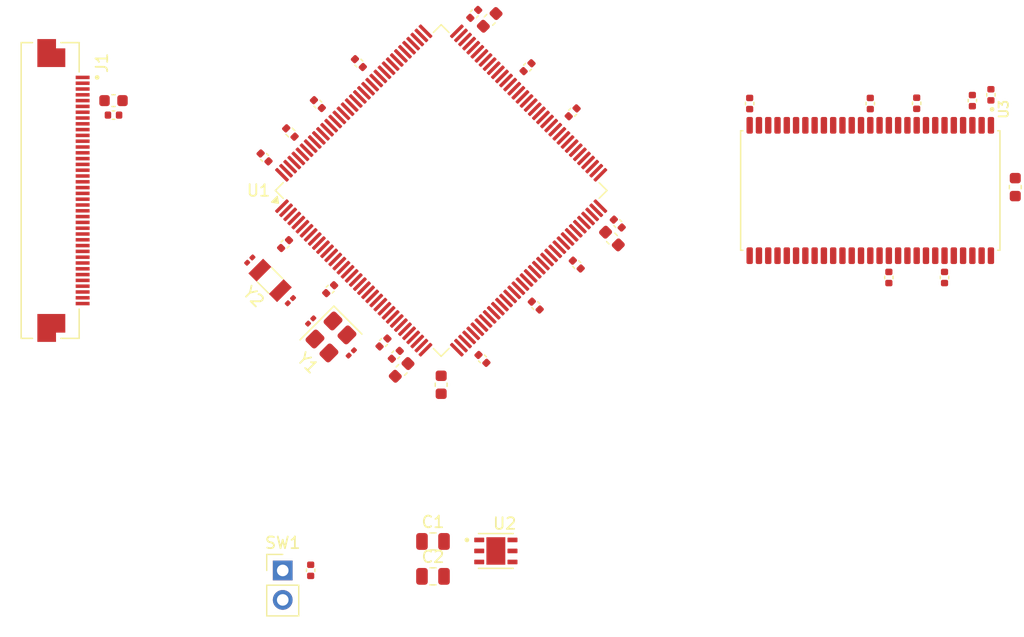
<source format=kicad_pcb>
(kicad_pcb (version 20241229) (generator "pcbnew") (generator_version "9.0")
  (layers (0 "F.Cu" signal) (2 "B.Cu" signal) (13 "F.Paste" user) (15 "B.Paste" user) (5 "F.SilkS" user "F.Silkscreen") (7 "B.SilkS" user "B.Silkscreen") (1 "F.Mask" user) (3 "B.Mask" user) (25 "Edge.Cuts" user))
  (net 0 "")
  (net 1 "GND")
  (net 2 "+5V")
  (net 3 "+3V3")
  (net 25 "Net-(C17-Pad1)")
  (net 26 "Net-(C18-Pad1)")
  (net 27 "Net-(SW1-A)")
  (net 28 "Net-(U1-PH0)")
  (net 29 "Net-(U1-PH1)")
  (net 30 "Net-(U1-BOOT0)")
  (net 31 "Net-(U1-PC14)")
  (net 32 "Net-(U1-PC15)")
  (net 41 "LCDSPI_SCK")
  (net 42 "LCD_HSYNC")
  (net 43 "SDRAM_D1")
  (net 44 "LCD_R6")
  (net 45 "SDRAM_D11")
  (net 46 "SDRAM_A6")
  (net 47 "SDRAM_D10")
  (net 48 "SDRAM_BA1")
  (net 49 "SDRAM_D7")
  (net 50 "CAN_TX")
  (net 51 "SDRAM_D8")
  (net 52 "LCD_R4")
  (net 53 "SDRAM_SDNCAS")
  (net 54 "DBG_JTMS_SWDIO")
  (net 55 "SDRAM_A1")
  (net 56 "SDRAM_A3")
  (net 57 "SDRAM_A8")
  (net 58 "SDRAM_D12")
  (net 59 "SDMMC_D2")
  (net 60 "SDRAM_A4")
  (net 61 "LCD_B6")
  (net 62 "SDRAM_A5")
  (net 63 "LCD_CLK")
  (net 64 "SDRAM_SDNWE")
  (net 65 "DBG_JTMS_SWCLK")
  (net 66 "SDMMC_CMD")
  (net 67 "SDRAM_D6")
  (net 68 "SDRAM_D2")
  (net 69 "LCD_G6")
  (net 70 "LCD_R5")
  (net 71 "LCD_R7")
  (net 72 "LCD_G7")
  (net 73 "SDRAM_D15")
  (net 74 "SDRAM_D9")
  (net 75 "UART_TX")
  (net 76 "LCD_R1")
  (net 77 "LCD_G3")
  (net 78 "SDRAM_D5")
  (net 79 "LCD_DE")
  (net 80 "LCD_G5")
  (net 81 "SDRAM_BA0")
  (net 82 "SDRAM_A10")
  (net 83 "LCD_R2")
  (net 84 "LCD_G4")
  (net 85 "DBG_JTMS_JTDI")
  (net 86 "SDRAM_SDNE0")
  (net 87 "DBG_JTDO_SWO")
  (net 88 "SDMMC_CLK")
  (net 89 "SDRAM_D3")
  (net 90 "SDRAM_SDNRAS")
  (net 91 "LCD_B7")
  (net 92 "UART_RX")
  (net 93 "SDMMC_D1")
  (net 94 "SDRAM_A2")
  (net 95 "LCD_B4")
  (net 96 "SDMMC_D0")
  (net 97 "LCD_G2")
  (net 98 "SDRAM_D13")
  (net 99 "SDRAM_D4")
  (net 100 "SDRAM_A9")
  (net 101 "SDRAM_SDCLK")
  (net 102 "SDRAM_D0")
  (net 103 "LCD_B3")
  (net 104 "SDRAM_SDCKE0")
  (net 105 "SDRAM_A7")
  (net 106 "LCD_B5")
  (net 107 "LCD_VSYNC")
  (net 108 "LCD_B2")
  (net 109 "CAN_RX")
  (net 110 "LCD_R3")
  (net 111 "SDMMC_D3")
  (net 112 "SDRAM_D14")
  (net 113 "SDRAM_A11")
  (net 114 "SDRAM_A0")
  (net 115 "SDRAM_NBL1")
  (net 116 "SDRAM_NBL0")
  (net 121 "/Display/BACKLIGHT_ANODE")
  (net 122 "/Display/BACKLIGHT_CATHODE")
  (net 126 "LCD_R0")
  (net 127 "LCD_G0")
  (net 128 "LCD_B0")
  (net 129 "LCD_B1")
  (net 130 "LCD_G1")
  (net 131 "LCD_CS")
  (net 132 "LCDSPI_SDA")
  (net 133 "LCD_RST")
  (footprint "Capacitor_SMD:C_0402_1005Metric" (layer "F.Cu") (at 86.75 28.5)
    (property "Reference" "C35" (hide yes))
    (property "Value" "100n")
    (pad "1" smd roundrect (at -0.48 0) (size 0.56 0.62) (layers "F.Cu" "F.Mask" "F.Paste") (net 3 "+3V3"))
    (pad "2" smd roundrect (at 0.48 0) (size 0.56 0.62) (layers "F.Cu" "F.Mask" "F.Paste") (net 1 "GND"))
  )
  (footprint "Capacitor_SMD:C_0402_1005Metric" (layer "F.Cu") (at 126.691176 41.387876 -45)
    (property "Reference" "C9" (hide yes))
    (property "Value" "100n")
    (pad "1" smd roundrect (at -0.48 0 315) (size 0.56 0.62) (layers "F.Cu" "F.Mask" "F.Paste") (net 3 "+3V3"))
    (pad "2" smd roundrect (at 0.48 0 315) (size 0.56 0.62) (layers "F.Cu" "F.Mask" "F.Paste") (net 1 "GND"))
  )
  (footprint "Capacitor_SMD:C_0402_1005Metric" (layer "F.Cu") (at 104.369484 27.551464 135)
    (property "Reference" "C15" (hide yes))
    (property "Value" "100n")
    (pad "1" smd roundrect (at -0.48 0 135) (size 0.56 0.62) (layers "F.Cu" "F.Mask" "F.Paste") (net 3 "+3V3"))
    (pad "2" smd roundrect (at 0.48 0 135) (size 0.56 0.62) (layers "F.Cu" "F.Mask" "F.Paste") (net 1 "GND"))
  )
  (footprint "Package_QFP:LQFP-144_20x20mm_P0.5mm" (layer "F.Cu") (at 115 35 45)
    (property "Reference" "U1" (at -11.136932 -11.136932 0) (layer "F.SilkS"))
    (property "Value" "STM32H753ZIT6")
    (pad "1" smd roundrect (at -10.6625 -8.75 45) (size 1.475 0.3) (layers "F.Cu" "F.Mask" "F.Paste"))
    (pad "2" smd roundrect (at -10.6625 -8.25 45) (size 1.475 0.3) (layers "F.Cu" "F.Mask" "F.Paste"))
    (pad "3" smd roundrect (at -10.662501 -7.75 45) (size 1.475 0.3) (layers "F.Cu" "F.Mask" "F.Paste") (net 128 "LCD_B0"))
    (pad "4" smd roundrect (at -10.6625 -7.25 45) (size 1.475 0.3) (layers "F.Cu" "F.Mask" "F.Paste") (net 127 "LCD_G0"))
    (pad "5" smd roundrect (at -10.6625 -6.75 45) (size 1.475 0.3) (layers "F.Cu" "F.Mask" "F.Paste") (net 130 "LCD_G1"))
    (pad "6" smd roundrect (at -10.6625 -6.249999 45) (size 1.475 0.3) (layers "F.Cu" "F.Mask" "F.Paste") (net 3 "+3V3"))
    (pad "7" smd roundrect (at -10.6625 -5.75 45) (size 1.475 0.3) (layers "F.Cu" "F.Mask" "F.Paste"))
    (pad "8" smd roundrect (at -10.6625 -5.250001 45) (size 1.475 0.3) (layers "F.Cu" "F.Mask" "F.Paste") (net 31 "Net-(U1-PC14)"))
    (pad "9" smd roundrect (at -10.6625 -4.75 45) (size 1.475 0.3) (layers "F.Cu" "F.Mask" "F.Paste") (net 32 "Net-(U1-PC15)"))
    (pad "10" smd roundrect (at -10.6625 -4.25 45) (size 1.475 0.3) (layers "F.Cu" "F.Mask" "F.Paste") (net 114 "SDRAM_A0"))
    (pad "11" smd roundrect (at -10.6625 -3.749999 45) (size 1.475 0.3) (layers "F.Cu" "F.Mask" "F.Paste") (net 55 "SDRAM_A1"))
    (pad "12" smd roundrect (at -10.6625 -3.25 45) (size 1.475 0.3) (layers "F.Cu" "F.Mask" "F.Paste") (net 94 "SDRAM_A2"))
    (pad "13" smd roundrect (at -10.6625 -2.75 45) (size 1.475 0.3) (layers "F.Cu" "F.Mask" "F.Paste") (net 56 "SDRAM_A3"))
    (pad "14" smd roundrect (at -10.6625 -2.25 45) (size 1.475 0.3) (layers "F.Cu" "F.Mask" "F.Paste") (net 60 "SDRAM_A4"))
    (pad "15" smd roundrect (at -10.6625 -1.75 45) (size 1.475 0.3) (layers "F.Cu" "F.Mask" "F.Paste") (net 62 "SDRAM_A5"))
    (pad "16" smd roundrect (at -10.662501 -1.25 45) (size 1.475 0.3) (layers "F.Cu" "F.Mask" "F.Paste") (net 1 "GND"))
    (pad "17" smd roundrect (at -10.6625 -0.75 45) (size 1.475 0.3) (layers "F.Cu" "F.Mask" "F.Paste") (net 3 "+3V3"))
    (pad "18" smd roundrect (at -10.6625 -0.25 45) (size 1.475 0.3) (layers "F.Cu" "F.Mask" "F.Paste"))
    (pad "19" smd roundrect (at -10.6625 0.25 45) (size 1.475 0.3) (layers "F.Cu" "F.Mask" "F.Paste"))
    (pad "20" smd roundrect (at -10.6625 0.75 45) (size 1.475 0.3) (layers "F.Cu" "F.Mask" "F.Paste"))
    (pad "21" smd roundrect (at -10.662501 1.25 45) (size 1.475 0.3) (layers "F.Cu" "F.Mask" "F.Paste"))
    (pad "22" smd roundrect (at -10.6625 1.75 45) (size 1.475 0.3) (layers "F.Cu" "F.Mask" "F.Paste") (net 79 "LCD_DE"))
    (pad "23" smd roundrect (at -10.6625 2.25 45) (size 1.475 0.3) (layers "F.Cu" "F.Mask" "F.Paste") (net 28 "Net-(U1-PH0)"))
    (pad "24" smd roundrect (at -10.6625 2.75 45) (size 1.475 0.3) (layers "F.Cu" "F.Mask" "F.Paste") (net 29 "Net-(U1-PH1)"))
    (pad "25" smd roundrect (at -10.6625 3.25 45) (size 1.475 0.3) (layers "F.Cu" "F.Mask" "F.Paste") (net 27 "Net-(SW1-A)"))
    (pad "26" smd roundrect (at -10.6625 3.749999 45) (size 1.475 0.3) (layers "F.Cu" "F.Mask" "F.Paste") (net 70 "LCD_R5"))
    (pad "27" smd roundrect (at -10.6625 4.25 45) (size 1.475 0.3) (layers "F.Cu" "F.Mask" "F.Paste"))
    (pad "28" smd roundrect (at -10.6625 4.75 45) (size 1.475 0.3) (layers "F.Cu" "F.Mask" "F.Paste") (net 86 "SDRAM_SDNE0"))
    (pad "29" smd roundrect (at -10.6625 5.250001 45) (size 1.475 0.3) (layers "F.Cu" "F.Mask" "F.Paste") (net 104 "SDRAM_SDCKE0"))
    (pad "30" smd roundrect (at -10.6625 5.75 45) (size 1.475 0.3) (layers "F.Cu" "F.Mask" "F.Paste") (net 3 "+3V3"))
    (pad "31" smd roundrect (at -10.6625 6.249999 45) (size 1.475 0.3) (layers "F.Cu" "F.Mask" "F.Paste") (net 1 "GND"))
    (pad "32" smd roundrect (at -10.6625 6.75 45) (size 1.475 0.3) (layers "F.Cu" "F.Mask" "F.Paste"))
    (pad "33" smd roundrect (at -10.6625 7.25 45) (size 1.475 0.3) (layers "F.Cu" "F.Mask" "F.Paste") (net 3 "+3V3"))
    (pad "34" smd roundrect (at -10.662501 7.75 45) (size 1.475 0.3) (layers "F.Cu" "F.Mask" "F.Paste"))
    (pad "35" smd roundrect (at -10.6625 8.25 45) (size 1.475 0.3) (layers "F.Cu" "F.Mask" "F.Paste") (net 83 "LCD_R2"))
    (pad "36" smd roundrect (at -10.6625 8.75 45) (size 1.475 0.3) (layers "F.Cu" "F.Mask" "F.Paste") (net 76 "LCD_R1"))
    (pad "37" smd roundrect (at -8.75 10.6625 45) (size 0.3 1.475) (layers "F.Cu" "F.Mask" "F.Paste") (net 106 "LCD_B5"))
    (pad "38" smd roundrect (at -8.25 10.6625 45) (size 0.3 1.475) (layers "F.Cu" "F.Mask" "F.Paste") (net 1 "GND"))
    (pad "39" smd roundrect (at -7.75 10.662501 45) (size 0.3 1.475) (layers "F.Cu" "F.Mask" "F.Paste") (net 3 "+3V3"))
    (pad "40" smd roundrect (at -7.25 10.6625 45) (size 0.3 1.475) (layers "F.Cu" "F.Mask" "F.Paste") (net 107 "LCD_VSYNC"))
    (pad "41" smd roundrect (at -6.75 10.6625 45) (size 0.3 1.475) (layers "F.Cu" "F.Mask" "F.Paste") (net 52 "LCD_R4"))
    (pad "42" smd roundrect (at -6.249999 10.6625 45) (size 0.3 1.475) (layers "F.Cu" "F.Mask" "F.Paste") (net 97 "LCD_G2"))
    (pad "43" smd roundrect (at -5.75 10.6625 45) (size 0.3 1.475) (layers "F.Cu" "F.Mask" "F.Paste") (net 64 "SDRAM_SDNWE"))
    (pad "44" smd roundrect (at -5.250001 10.6625 45) (size 0.3 1.475) (layers "F.Cu" "F.Mask" "F.Paste"))
    (pad "45" smd roundrect (at -4.75 10.6625 45) (size 0.3 1.475) (layers "F.Cu" "F.Mask" "F.Paste"))
    (pad "46" smd roundrect (at -4.25 10.6625 45) (size 0.3 1.475) (layers "F.Cu" "F.Mask" "F.Paste") (net 110 "LCD_R3"))
    (pad "47" smd roundrect (at -3.749999 10.6625 45) (size 0.3 1.475) (layers "F.Cu" "F.Mask" "F.Paste") (net 44 "LCD_R6"))
    (pad "48" smd roundrect (at -3.25 10.6625 45) (size 0.3 1.475) (layers "F.Cu" "F.Mask" "F.Paste"))
    (pad "49" smd roundrect (at -2.75 10.6625 45) (size 0.3 1.475) (layers "F.Cu" "F.Mask" "F.Paste") (net 90 "SDRAM_SDNRAS"))
    (pad "50" smd roundrect (at -2.25 10.6625 45) (size 0.3 1.475) (layers "F.Cu" "F.Mask" "F.Paste") (net 46 "SDRAM_A6"))
    (pad "51" smd roundrect (at -1.75 10.6625 45) (size 0.3 1.475) (layers "F.Cu" "F.Mask" "F.Paste") (net 1 "GND"))
    (pad "52" smd roundrect (at -1.25 10.662501 45) (size 0.3 1.475) (layers "F.Cu" "F.Mask" "F.Paste") (net 3 "+3V3"))
    (pad "53" smd roundrect (at -0.75 10.6625 45) (size 0.3 1.475) (layers "F.Cu" "F.Mask" "F.Paste") (net 105 "SDRAM_A7"))
    (pad "54" smd roundrect (at -0.25 10.6625 45) (size 0.3 1.475) (layers "F.Cu" "F.Mask" "F.Paste") (net 57 "SDRAM_A8"))
    (pad "55" smd roundrect (at 0.25 10.6625 45) (size 0.3 1.475) (layers "F.Cu" "F.Mask" "F.Paste") (net 100 "SDRAM_A9"))
    (pad "56" smd roundrect (at 0.75 10.6625 45) (size 0.3 1.475) (layers "F.Cu" "F.Mask" "F.Paste") (net 82 "SDRAM_A10"))
    (pad "57" smd roundrect (at 1.25 10.662501 45) (size 0.3 1.475) (layers "F.Cu" "F.Mask" "F.Paste") (net 113 "SDRAM_A11"))
    (pad "58" smd roundrect (at 1.75 10.6625 45) (size 0.3 1.475) (layers "F.Cu" "F.Mask" "F.Paste") (net 99 "SDRAM_D4"))
    (pad "59" smd roundrect (at 2.25 10.6625 45) (size 0.3 1.475) (layers "F.Cu" "F.Mask" "F.Paste") (net 78 "SDRAM_D5"))
    (pad "60" smd roundrect (at 2.75 10.6625 45) (size 0.3 1.475) (layers "F.Cu" "F.Mask" "F.Paste") (net 67 "SDRAM_D6"))
    (pad "61" smd roundrect (at 3.25 10.6625 45) (size 0.3 1.475) (layers "F.Cu" "F.Mask" "F.Paste") (net 1 "GND"))
    (pad "62" smd roundrect (at 3.749999 10.6625 45) (size 0.3 1.475) (layers "F.Cu" "F.Mask" "F.Paste") (net 3 "+3V3"))
    (pad "63" smd roundrect (at 4.25 10.6625 45) (size 0.3 1.475) (layers "F.Cu" "F.Mask" "F.Paste") (net 49 "SDRAM_D7"))
    (pad "64" smd roundrect (at 4.75 10.6625 45) (size 0.3 1.475) (layers "F.Cu" "F.Mask" "F.Paste") (net 51 "SDRAM_D8"))
    (pad "65" smd roundrect (at 5.250001 10.6625 45) (size 0.3 1.475) (layers "F.Cu" "F.Mask" "F.Paste") (net 74 "SDRAM_D9"))
    (pad "66" smd roundrect (at 5.75 10.6625 45) (size 0.3 1.475) (layers "F.Cu" "F.Mask" "F.Paste") (net 47 "SDRAM_D10"))
    (pad "67" smd roundrect (at 6.249999 10.6625 45) (size 0.3 1.475) (layers "F.Cu" "F.Mask" "F.Paste") (net 45 "SDRAM_D11"))
    (pad "68" smd roundrect (at 6.75 10.6625 45) (size 0.3 1.475) (layers "F.Cu" "F.Mask" "F.Paste") (net 58 "SDRAM_D12"))
    (pad "69" smd roundrect (at 7.25 10.6625 45) (size 0.3 1.475) (layers "F.Cu" "F.Mask" "F.Paste") (net 84 "LCD_G4"))
    (pad "70" smd roundrect (at 7.75 10.662501 45) (size 0.3 1.475) (layers "F.Cu" "F.Mask" "F.Paste") (net 80 "LCD_G5"))
    (pad "71" smd roundrect (at 8.25 10.6625 45) (size 0.3 1.475) (layers "F.Cu" "F.Mask" "F.Paste") (net 25 "Net-(C17-Pad1)"))
    (pad "72" smd roundrect (at 8.75 10.6625 45) (size 0.3 1.475) (layers "F.Cu" "F.Mask" "F.Paste") (net 3 "+3V3"))
    (pad "73" smd roundrect (at 10.6625 8.75 45) (size 1.475 0.3) (layers "F.Cu" "F.Mask" "F.Paste") (net 92 "UART_RX"))
    (pad "74" smd roundrect (at 10.6625 8.25 45) (size 1.475 0.3) (layers "F.Cu" "F.Mask" "F.Paste") (net 75 "UART_TX"))
    (pad "75" smd roundrect (at 10.662501 7.75 45) (size 1.475 0.3) (layers "F.Cu" "F.Mask" "F.Paste"))
    (pad "76" smd roundrect (at 10.6625 7.25 45) (size 1.475 0.3) (layers "F.Cu" "F.Mask" "F.Paste"))
    (pad "77" smd roundrect (at 10.6625 6.75 45) (size 1.475 0.3) (layers "F.Cu" "F.Mask" "F.Paste") (net 98 "SDRAM_D13"))
    (pad "78" smd roundrect (at 10.6625 6.249999 45) (size 1.475 0.3) (layers "F.Cu" "F.Mask" "F.Paste") (net 112 "SDRAM_D14"))
    (pad "79" smd roundrect (at 10.6625 5.75 45) (size 1.475 0.3) (layers "F.Cu" "F.Mask" "F.Paste") (net 73 "SDRAM_D15"))
    (pad "80" smd roundrect (at 10.6625 5.250001 45) (size 1.475 0.3) (layers "F.Cu" "F.Mask" "F.Paste"))
    (pad "81" smd roundrect (at 10.6625 4.75 45) (size 1.475 0.3) (layers "F.Cu" "F.Mask" "F.Paste"))
    (pad "82" smd roundrect (at 10.6625 4.25 45) (size 1.475 0.3) (layers "F.Cu" "F.Mask" "F.Paste"))
    (pad "83" smd roundrect (at 10.6625 3.749999 45) (size 1.475 0.3) (layers "F.Cu" "F.Mask" "F.Paste") (net 1 "GND"))
    (pad "84" smd roundrect (at 10.6625 3.25 45) (size 1.475 0.3) (layers "F.Cu" "F.Mask" "F.Paste") (net 3 "+3V3"))
    (pad "85" smd roundrect (at 10.6625 2.75 45) (size 1.475 0.3) (layers "F.Cu" "F.Mask" "F.Paste") (net 102 "SDRAM_D0"))
    (pad "86" smd roundrect (at 10.6625 2.25 45) (size 1.475 0.3) (layers "F.Cu" "F.Mask" "F.Paste") (net 43 "SDRAM_D1"))
    (pad "87" smd roundrect (at 10.6625 1.75 45) (size 1.475 0.3) (layers "F.Cu" "F.Mask" "F.Paste"))
    (pad "88" smd roundrect (at 10.662501 1.25 45) (size 1.475 0.3) (layers "F.Cu" "F.Mask" "F.Paste"))
    (pad "89" smd roundrect (at 10.6625 0.75 45) (size 1.475 0.3) (layers "F.Cu" "F.Mask" "F.Paste") (net 81 "SDRAM_BA0"))
    (pad "90" smd roundrect (at 10.6625 0.25 45) (size 1.475 0.3) (layers "F.Cu" "F.Mask" "F.Paste") (net 48 "SDRAM_BA1"))
    (pad "91" smd roundrect (at 10.6625 -0.25 45) (size 1.475 0.3) (layers "F.Cu" "F.Mask" "F.Paste") (net 71 "LCD_R7"))
    (pad "92" smd roundrect (at 10.6625 -0.75 45) (size 1.475 0.3) (layers "F.Cu" "F.Mask" "F.Paste") (net 63 "LCD_CLK"))
    (pad "93" smd roundrect (at 10.662501 -1.25 45) (size 1.475 0.3) (layers "F.Cu" "F.Mask" "F.Paste") (net 101 "SDRAM_SDCLK"))
    (pad "94" smd roundrect (at 10.6625 -1.75 45) (size 1.475 0.3) (layers "F.Cu" "F.Mask" "F.Paste") (net 1 "GND"))
    (pad "95" smd roundrect (at 10.6625 -2.25 45) (size 1.475 0.3) (layers "F.Cu" "F.Mask" "F.Paste") (net 3 "+3V3"))
    (pad "96" smd roundrect (at 10.6625 -2.75 45) (size 1.475 0.3) (layers "F.Cu" "F.Mask" "F.Paste") (net 42 "LCD_HSYNC"))
    (pad "97" smd roundrect (at 10.6625 -3.25 45) (size 1.475 0.3) (layers "F.Cu" "F.Mask" "F.Paste") (net 69 "LCD_G6"))
    (pad "98" smd roundrect (at 10.6625 -3.749999 45) (size 1.475 0.3) (layers "F.Cu" "F.Mask" "F.Paste") (net 96 "SDMMC_D0"))
    (pad "99" smd roundrect (at 10.6625 -4.25 45) (size 1.475 0.3) (layers "F.Cu" "F.Mask" "F.Paste") (net 93 "SDMMC_D1"))
    (pad "100" smd roundrect (at 10.6625 -4.75 45) (size 1.475 0.3) (layers "F.Cu" "F.Mask" "F.Paste") (net 103 "LCD_B3"))
    (pad "101" smd roundrect (at 10.6625 -5.250001 45) (size 1.475 0.3) (layers "F.Cu" "F.Mask" "F.Paste"))
    (pad "102" smd roundrect (at 10.6625 -5.75 45) (size 1.475 0.3) (layers "F.Cu" "F.Mask" "F.Paste") (net 95 "LCD_B4"))
    (pad "103" smd roundrect (at 10.6625 -6.249999 45) (size 1.475 0.3) (layers "F.Cu" "F.Mask" "F.Paste") (net 109 "CAN_RX"))
    (pad "104" smd roundrect (at 10.6625 -6.75 45) (size 1.475 0.3) (layers "F.Cu" "F.Mask" "F.Paste") (net 50 "CAN_TX"))
    (pad "105" smd roundrect (at 10.6625 -7.25 45) (size 1.475 0.3) (layers "F.Cu" "F.Mask" "F.Paste") (net 54 "DBG_JTMS_SWDIO"))
    (pad "106" smd roundrect (at 10.662501 -7.75 45) (size 1.475 0.3) (layers "F.Cu" "F.Mask" "F.Paste") (net 26 "Net-(C18-Pad1)"))
    (pad "107" smd roundrect (at 10.6625 -8.25 45) (size 1.475 0.3) (layers "F.Cu" "F.Mask" "F.Paste") (net 1 "GND"))
    (pad "108" smd roundrect (at 10.6625 -8.75 45) (size 1.475 0.3) (layers "F.Cu" "F.Mask" "F.Paste") (net 3 "+3V3"))
    (pad "109" smd roundrect (at 8.75 -10.6625 45) (size 0.3 1.475) (layers "F.Cu" "F.Mask" "F.Paste") (net 65 "DBG_JTMS_SWCLK"))
    (pad "110" smd roundrect (at 8.25 -10.6625 45) (size 0.3 1.475) (layers "F.Cu" "F.Mask" "F.Paste") (net 85 "DBG_JTMS_JTDI"))
    (pad "111" smd roundrect (at 7.75 -10.662501 45) (size 0.3 1.475) (layers "F.Cu" "F.Mask" "F.Paste") (net 59 "SDMMC_D2"))
    (pad "112" smd roundrect (at 7.25 -10.6625 45) (size 0.3 1.475) (layers "F.Cu" "F.Mask" "F.Paste") (net 111 "SDMMC_D3"))
    (pad "113" smd roundrect (at 6.75 -10.6625 45) (size 0.3 1.475) (layers "F.Cu" "F.Mask" "F.Paste") (net 88 "SDMMC_CLK"))
    (pad "114" smd roundrect (at 6.249999 -10.6625 45) (size 0.3 1.475) (layers "F.Cu" "F.Mask" "F.Paste") (net 68 "SDRAM_D2"))
    (pad "115" smd roundrect (at 5.75 -10.6625 45) (size 0.3 1.475) (layers "F.Cu" "F.Mask" "F.Paste") (net 89 "SDRAM_D3"))
    (pad "116" smd roundrect (at 5.250001 -10.6625 45) (size 0.3 1.475) (layers "F.Cu" "F.Mask" "F.Paste") (net 66 "SDMMC_CMD"))
    (pad "117" smd roundrect (at 4.75 -10.6625 45) (size 0.3 1.475) (layers "F.Cu" "F.Mask" "F.Paste") (net 72 "LCD_G7"))
    (pad "118" smd roundrect (at 4.25 -10.6625 45) (size 0.3 1.475) (layers "F.Cu" "F.Mask" "F.Paste"))
    (pad "119" smd roundrect (at 3.749999 -10.6625 45) (size 0.3 1.475) (layers "F.Cu" "F.Mask" "F.Paste"))
    (pad "120" smd roundrect (at 3.25 -10.6625 45) (size 0.3 1.475) (layers "F.Cu" "F.Mask" "F.Paste") (net 1 "GND"))
    (pad "121" smd roundrect (at 2.75 -10.6625 45) (size 0.3 1.475) (layers "F.Cu" "F.Mask" "F.Paste") (net 3 "+3V3"))
    (pad "122" smd roundrect (at 2.25 -10.6625 45) (size 0.3 1.475) (layers "F.Cu" "F.Mask" "F.Paste") (net 108 "LCD_B2"))
    (pad "123" smd roundrect (at 1.75 -10.6625 45) (size 0.3 1.475) (layers "F.Cu" "F.Mask" "F.Paste") (net 132 "LCDSPI_SDA"))
    (pad "124" smd roundrect (at 1.25 -10.662501 45) (size 0.3 1.475) (layers "F.Cu" "F.Mask" "F.Paste") (net 131 "LCD_CS"))
    (pad "125" smd roundrect (at 0.75 -10.6625 45) (size 0.3 1.475) (layers "F.Cu" "F.Mask" "F.Paste") (net 77 "LCD_G3"))
    (pad "126" smd roundrect (at 0.25 -10.6625 45) (size 0.3 1.475) (layers "F.Cu" "F.Mask" "F.Paste") (net 41 "LCDSPI_SCK"))
    (pad "127" smd roundrect (at -0.25 -10.6625 45) (size 0.3 1.475) (layers "F.Cu" "F.Mask" "F.Paste") (net 129 "LCD_B1"))
    (pad "128" smd roundrect (at -0.75 -10.6625 45) (size 0.3 1.475) (layers "F.Cu" "F.Mask" "F.Paste") (net 126 "LCD_R0"))
    (pad "129" smd roundrect (at -1.25 -10.662501 45) (size 0.3 1.475) (layers "F.Cu" "F.Mask" "F.Paste") (net 133 "LCD_RST"))
    (pad "130" smd roundrect (at -1.75 -10.6625 45) (size 0.3 1.475) (layers "F.Cu" "F.Mask" "F.Paste") (net 1 "GND"))
    (pad "131" smd roundrect (at -2.25 -10.6625 45) (size 0.3 1.475) (layers "F.Cu" "F.Mask" "F.Paste") (net 3 "+3V3"))
    (pad "132" smd roundrect (at -2.75 -10.6625 45) (size 0.3 1.475) (layers "F.Cu" "F.Mask" "F.Paste") (net 53 "SDRAM_SDNCAS"))
    (pad "133" smd roundrect (at -3.25 -10.6625 45) (size 0.3 1.475) (layers "F.Cu" "F.Mask" "F.Paste") (net 87 "DBG_JTDO_SWO"))
    (pad "134" smd roundrect (at -3.749999 -10.6625 45) (size 0.3 1.475) (layers "F.Cu" "F.Mask" "F.Paste"))
    (pad "135" smd roundrect (at -4.25 -10.6625 45) (size 0.3 1.475) (layers "F.Cu" "F.Mask" "F.Paste"))
    (pad "136" smd roundrect (at -4.75 -10.6625 45) (size 0.3 1.475) (layers "F.Cu" "F.Mask" "F.Paste"))
    (pad "137" smd roundrect (at -5.250001 -10.6625 45) (size 0.3 1.475) (layers "F.Cu" "F.Mask" "F.Paste"))
    (pad "138" smd roundrect (at -5.75 -10.6625 45) (size 0.3 1.475) (layers "F.Cu" "F.Mask" "F.Paste") (net 30 "Net-(U1-BOOT0)"))
    (pad "139" smd roundrect (at -6.249999 -10.6625 45) (size 0.3 1.475) (layers "F.Cu" "F.Mask" "F.Paste") (net 61 "LCD_B6"))
    (pad "140" smd roundrect (at -6.75 -10.6625 45) (size 0.3 1.475) (layers "F.Cu" "F.Mask" "F.Paste") (net 91 "LCD_B7"))
    (pad "141" smd roundrect (at -7.25 -10.6625 45) (size 0.3 1.475) (layers "F.Cu" "F.Mask" "F.Paste") (net 116 "SDRAM_NBL0"))
    (pad "142" smd roundrect (at -7.75 -10.662501 45) (size 0.3 1.475) (layers "F.Cu" "F.Mask" "F.Paste") (net 115 "SDRAM_NBL1"))
    (pad "143" smd roundrect (at -8.25 -10.6625 45) (size 0.3 1.475) (layers "F.Cu" "F.Mask" "F.Paste"))
    (pad "144" smd roundrect (at -8.75 -10.6625 45) (size 0.3 1.475) (layers "F.Cu" "F.Mask" "F.Paste") (net 3 "+3V3"))
  )
  (footprint "Capacitor_SMD:C_0201_0603Metric" (layer "F.Cu") (at 103.75 46.25 -135)
    (property "Reference" "C22" (hide yes))
    (property "Value" "18p")
    (pad "1" smd roundrect (at -0.32 0 225) (size 0.46 0.4) (layers "F.Cu" "F.Mask") (net 28 "Net-(U1-PH0)"))
    (pad "2" smd roundrect (at 0.32 0 225) (size 0.46 0.4) (layers "F.Cu" "F.Mask") (net 1 "GND"))
  )
  (footprint "Capacitor_SMD:C_0603_1608Metric" (layer "F.Cu") (at 129.723339 39.143013 -45)
    (property "Reference" "C17" (hide yes))
    (property "Value" "2u2")
    (pad "1" smd roundrect (at -0.775 0 315) (size 0.9 0.95) (layers "F.Cu" "F.Mask" "F.Paste") (net 25 "Net-(C17-Pad1)"))
    (pad "2" smd roundrect (at 0.775 0 315) (size 0.9 0.95) (layers "F.Cu" "F.Mask" "F.Paste") (net 1 "GND"))
  )
  (footprint "Capacitor_SMD:C_0402_1005Metric" (layer "F.Cu") (at 103.75 67.75 90)
    (property "Reference" "C21" (hide yes))
    (property "Value" "100n")
    (pad "1" smd roundrect (at -0.48 0 90) (size 0.56 0.62) (layers "F.Cu" "F.Mask" "F.Paste") (net 1 "GND"))
    (pad "2" smd roundrect (at 0.48 0 90) (size 0.56 0.62) (layers "F.Cu" "F.Mask" "F.Paste") (net 27 "Net-(SW1-A)"))
  )
  (footprint "Capacitor_SMD:C_0402_1005Metric" (layer "F.Cu") (at 141.6 27.5 90)
    (property "Reference" "C31" (hide yes))
    (property "Value" "100n")
    (pad "1" smd roundrect (at -0.48 0 90) (size 0.56 0.62) (layers "F.Cu" "F.Mask" "F.Paste") (net 3 "+3V3"))
    (pad "2" smd roundrect (at 0.48 0 90) (size 0.56 0.62) (layers "F.Cu" "F.Mask" "F.Paste") (net 1 "GND"))
  )
  (footprint "Capacitor_SMD:C_0402_1005Metric" (layer "F.Cu") (at 153.6 42.5 -90)
    (property "Reference" "C32" (hide yes))
    (property "Value" "100n")
    (pad "1" smd roundrect (at -0.48 0 270) (size 0.56 0.62) (layers "F.Cu" "F.Mask" "F.Paste") (net 3 "+3V3"))
    (pad "2" smd roundrect (at 0.48 0 270) (size 0.56 0.62) (layers "F.Cu" "F.Mask" "F.Paste") (net 1 "GND"))
  )
  (footprint "Capacitor_SMD:C_0402_1005Metric" (layer "F.Cu") (at 123.155643 44.92341 -45)
    (property "Reference" "C8" (hide yes))
    (property "Value" "100n")
    (pad "1" smd roundrect (at -0.48 0 315) (size 0.56 0.62) (layers "F.Cu" "F.Mask" "F.Paste") (net 3 "+3V3"))
    (pad "2" smd roundrect (at 0.48 0 315) (size 0.56 0.62) (layers "F.Cu" "F.Mask" "F.Paste") (net 1 "GND"))
  )
  (footprint "Capacitor_SMD:C_0201_0603Metric" (layer "F.Cu") (at 107.25 49.007716 45)
    (property "Reference" "C23" (hide yes))
    (property "Value" "18p")
    (pad "1" smd roundrect (at -0.32 0 45) (size 0.46 0.4) (layers "F.Cu" "F.Mask") (net 29 "Net-(U1-PH1)"))
    (pad "2" smd roundrect (at 0.32 0 45) (size 0.46 0.4) (layers "F.Cu" "F.Mask") (net 1 "GND"))
  )
  (footprint "Capacitor_SMD:C_0402_1005Metric" (layer "F.Cu") (at 99.77329 32.147658 135)
    (property "Reference" "C16" (hide yes))
    (property "Value" "100n")
    (pad "1" smd roundrect (at -0.48 0 135) (size 0.56 0.62) (layers "F.Cu" "F.Mask" "F.Paste") (net 3 "+3V3"))
    (pad "2" smd roundrect (at 0.48 0 135) (size 0.56 0.62) (layers "F.Cu" "F.Mask" "F.Paste") (net 1 "GND"))
  )
  (footprint "Capacitor_SMD:C_0402_1005Metric" (layer "F.Cu") (at 122.448536 24.369484 45)
    (property "Reference" "C12" (hide yes))
    (property "Value" "100n")
    (pad "1" smd roundrect (at -0.48 0 45) (size 0.56 0.62) (layers "F.Cu" "F.Mask" "F.Paste") (net 3 "+3V3"))
    (pad "2" smd roundrect (at 0.48 0 45) (size 0.56 0.62) (layers "F.Cu" "F.Mask" "F.Paste") (net 1 "GND"))
  )
  (footprint "Capacitor_SMD:C_0805_2012Metric" (layer "F.Cu") (at 114.295 65.26)
    (property "Reference" "C1" (at 0 -1.68 0) (layer "F.SilkS"))
    (property "Value" "10u")
    (pad "1" smd roundrect (at -0.95 0) (size 1 1.45) (layers "F.Cu" "F.Mask" "F.Paste") (net 2 "+5V"))
    (pad "2" smd roundrect (at 0.95 0) (size 1 1.45) (layers "F.Cu" "F.Mask" "F.Paste") (net 1 "GND"))
  )
  (footprint "Capacitor_SMD:C_0603_1608Metric" (layer "F.Cu") (at 115 51.75 -90)
    (property "Reference" "C20" (hide yes))
    (property "Value" "1u")
    (pad "1" smd roundrect (at -0.775 0 270) (size 0.9 0.95) (layers "F.Cu" "F.Mask" "F.Paste") (net 3 "+3V3"))
    (pad "2" smd roundrect (at 0.775 0 270) (size 0.9 0.95) (layers "F.Cu" "F.Mask" "F.Paste") (net 1 "GND"))
  )
  (footprint "Crystal:Crystal_SMD_3215-2Pin_3.2x1.5mm" (layer "F.Cu") (at 100.25 42.75 135)
    (property "Reference" "Y2" (at 0 -2.000001 135) (layer "F.SilkS"))
    (property "Value" "SC32S-7PF20PPM")
    (pad "1" smd rect (at 1.249999 0 135) (size 1 1.8) (layers "F.Cu" "F.Mask" "F.Paste") (net 31 "Net-(U1-PC14)"))
    (pad "2" smd rect (at -1.249999 0 135) (size 1 1.8) (layers "F.Cu" "F.Mask" "F.Paste") (net 32 "Net-(U1-PC15)"))
  )
  (footprint "LD39200PU33R:SON95P300X300X100-7N" (layer "F.Cu") (at 119.715 66.08)
    (property "Reference" "U2" (at 0.765 -2.362 0) (layer "F.SilkS"))
    (property "Value" "LD39200PU33R")
    (pad "1" smd roundrect (at -1.435 -0.95) (size 0.86 0.4) (layers "F.Cu" "F.Mask" "F.Paste") (roundrect_rratio 0.125) (net 3 "+3V3"))
    (pad "2" smd roundrect (at -1.435 0) (size 0.86 0.4) (layers "F.Cu" "F.Mask" "F.Paste") (roundrect_rratio 0.125) (net 3 "+3V3"))
    (pad "3" smd roundrect (at -1.435 0.95) (size 0.86 0.4) (layers "F.Cu" "F.Mask" "F.Paste") (roundrect_rratio 0.125) (net 1 "GND"))
    (pad "4" smd roundrect (at 1.435 0.95) (size 0.86 0.4) (layers "F.Cu" "F.Mask" "F.Paste") (roundrect_rratio 0.125))
    (pad "5" smd roundrect (at 1.435 0) (size 0.86 0.4) (layers "F.Cu" "F.Mask" "F.Paste") (roundrect_rratio 0.125) (net 2 "+5V"))
    (pad "6" smd roundrect (at 1.435 -0.95) (size 0.86 0.4) (layers "F.Cu" "F.Mask" "F.Paste") (roundrect_rratio 0.125) (net 2 "+5V"))
    (pad "7" smd rect (at 0 0) (size 1.63 2.37) (layers "F.Cu" "F.Mask") (net 1 "GND"))
  )
  (footprint "62684-402100ALF:AMPHENOL_62684-402100ALF" (layer "F.Cu") (at 80.5125 35 -90)
    (property "Reference" "J1" (at -11 -5.2375 90) (layer "F.SilkS"))
    (property "Value" "62684-402100ALF")
    (pad "01" smd rect (at -9.75 -3.575 270) (size 0.3 1.2) (layers "F.Cu" "F.Mask" "F.Paste") (net 121 "/Display/BACKLIGHT_ANODE"))
    (pad "02" smd rect (at -9.25 -3.575 270) (size 0.3 1.2) (layers "F.Cu" "F.Mask" "F.Paste") (net 122 "/Display/BACKLIGHT_CATHODE"))
    (pad "03" smd rect (at -8.75 -3.575 270) (size 0.3 1.2) (layers "F.Cu" "F.Mask" "F.Paste") (net 122 "/Display/BACKLIGHT_CATHODE"))
    (pad "04" smd rect (at -8.25 -3.575 270) (size 0.3 1.2) (layers "F.Cu" "F.Mask" "F.Paste") (net 1 "GND"))
    (pad "05" smd rect (at -7.75 -3.575 270) (size 0.3 1.2) (layers "F.Cu" "F.Mask" "F.Paste") (net 3 "+3V3"))
    (pad "06" smd rect (at -7.25 -3.575 270) (size 0.3 1.2) (layers "F.Cu" "F.Mask" "F.Paste") (net 133 "LCD_RST"))
    (pad "07" smd rect (at -6.75 -3.575 270) (size 0.3 1.2) (layers "F.Cu" "F.Mask" "F.Paste"))
    (pad "08" smd rect (at -6.25 -3.575 270) (size 0.3 1.2) (layers "F.Cu" "F.Mask" "F.Paste"))
    (pad "09" smd rect (at -5.75 -3.575 270) (size 0.3 1.2) (layers "F.Cu" "F.Mask" "F.Paste") (net 132 "LCDSPI_SDA"))
    (pad "10" smd rect (at -5.25 -3.575 270) (size 0.3 1.2) (layers "F.Cu" "F.Mask" "F.Paste") (net 41 "LCDSPI_SCK"))
    (pad "11" smd rect (at -4.75 -3.575 270) (size 0.3 1.2) (layers "F.Cu" "F.Mask" "F.Paste") (net 131 "LCD_CS"))
    (pad "12" smd rect (at -4.25 -3.575 270) (size 0.3 1.2) (layers "F.Cu" "F.Mask" "F.Paste") (net 63 "LCD_CLK"))
    (pad "13" smd rect (at -3.75 -3.575 270) (size 0.3 1.2) (layers "F.Cu" "F.Mask" "F.Paste") (net 79 "LCD_DE"))
    (pad "14" smd rect (at -3.25 -3.575 270) (size 0.3 1.2) (layers "F.Cu" "F.Mask" "F.Paste") (net 107 "LCD_VSYNC"))
    (pad "15" smd rect (at -2.75 -3.575 270) (size 0.3 1.2) (layers "F.Cu" "F.Mask" "F.Paste") (net 42 "LCD_HSYNC"))
    (pad "16" smd rect (at -2.25 -3.575 270) (size 0.3 1.2) (layers "F.Cu" "F.Mask" "F.Paste") (net 108 "LCD_B2"))
    (pad "17" smd rect (at -1.75 -3.575 270) (size 0.3 1.2) (layers "F.Cu" "F.Mask" "F.Paste") (net 103 "LCD_B3"))
    (pad "18" smd rect (at -1.25 -3.575 270) (size 0.3 1.2) (layers "F.Cu" "F.Mask" "F.Paste") (net 95 "LCD_B4"))
    (pad "19" smd rect (at -0.75 -3.575 270) (size 0.3 1.2) (layers "F.Cu" "F.Mask" "F.Paste") (net 106 "LCD_B5"))
    (pad "20" smd rect (at -0.25 -3.575 270) (size 0.3 1.2) (layers "F.Cu" "F.Mask" "F.Paste") (net 61 "LCD_B6"))
    (pad "21" smd rect (at 0.25 -3.575 270) (size 0.3 1.2) (layers "F.Cu" "F.Mask" "F.Paste") (net 91 "LCD_B7"))
    (pad "22" smd rect (at 0.75 -3.575 270) (size 0.3 1.2) (layers "F.Cu" "F.Mask" "F.Paste") (net 97 "LCD_G2"))
    (pad "23" smd rect (at 1.25 -3.575 270) (size 0.3 1.2) (layers "F.Cu" "F.Mask" "F.Paste") (net 77 "LCD_G3"))
    (pad "24" smd rect (at 1.75 -3.575 270) (size 0.3 1.2) (layers "F.Cu" "F.Mask" "F.Paste") (net 84 "LCD_G4"))
    (pad "25" smd rect (at 2.25 -3.575 270) (size 0.3 1.2) (layers "F.Cu" "F.Mask" "F.Paste") (net 80 "LCD_G5"))
    (pad "26" smd rect (at 2.75 -3.575 270) (size 0.3 1.2) (layers "F.Cu" "F.Mask" "F.Paste") (net 69 "LCD_G6"))
    (pad "27" smd rect (at 3.25 -3.575 270) (size 0.3 1.2) (layers "F.Cu" "F.Mask" "F.Paste") (net 72 "LCD_G7"))
    (pad "28" smd rect (at 3.75 -3.575 270) (size 0.3 1.2) (layers "F.Cu" "F.Mask" "F.Paste") (net 83 "LCD_R2"))
    (pad "29" smd rect (at 4.25 -3.575 270) (size 0.3 1.2) (layers "F.Cu" "F.Mask" "F.Paste") (net 110 "LCD_R3"))
    (pad "30" smd rect (at 4.75 -3.575 270) (size 0.3 1.2) (layers "F.Cu" "F.Mask" "F.Paste") (net 52 "LCD_R4"))
    (pad "31" smd rect (at 5.25 -3.575 270) (size 0.3 1.2) (layers "F.Cu" "F.Mask" "F.Paste") (net 70 "LCD_R5"))
    (pad "32" smd rect (at 5.75 -3.575 270) (size 0.3 1.2) (layers "F.Cu" "F.Mask" "F.Paste") (net 44 "LCD_R6"))
    (pad "33" smd rect (at 6.25 -3.575 270) (size 0.3 1.2) (layers "F.Cu" "F.Mask" "F.Paste") (net 71 "LCD_R7"))
    (pad "34" smd rect (at 6.75 -3.575 270) (size 0.3 1.2) (layers "F.Cu" "F.Mask" "F.Paste") (net 1 "GND"))
    (pad "35" smd rect (at 7.25 -3.575 270) (size 0.3 1.2) (layers "F.Cu" "F.Mask" "F.Paste"))
    (pad "36" smd rect (at 7.75 -3.575 270) (size 0.3 1.2) (layers "F.Cu" "F.Mask" "F.Paste"))
    (pad "37" smd rect (at 8.25 -3.575 270) (size 0.3 1.2) (layers "F.Cu" "F.Mask" "F.Paste"))
    (pad "38" smd rect (at 8.75 -3.575 270) (size 0.3 1.2) (layers "F.Cu" "F.Mask" "F.Paste"))
    (pad "39" smd rect (at 9.25 -3.575 270) (size 0.3 1.2) (layers "F.Cu" "F.Mask" "F.Paste"))
    (pad "40" smd rect (at 9.75 -3.575 270) (size 0.3 1.2) (layers "F.Cu" "F.Mask" "F.Paste") (net 1 "GND"))
    (pad "S1" smd custom (at -11.45 -0.475 270) (size 1.4 1.4) (layers "F.Cu") (net 1 "GND") (options (clearance outline) (anchor rect)) (primitives (gr_poly (pts (xy 0.8 -1.6) (xy -0.8 -1.6) (xy -0.8 -0.8) (xy -1.6 -0.8) (xy -1.6 0.8) (xy 0.8 0.8)) (width 0.01) (fill yes))))
    (pad "S2" smd custom (at 11.45 -0.475 270) (size 1.4 1.4) (layers "F.Cu") (net 1 "GND") (options (clearance outline) (anchor rect)) (primitives (gr_poly (pts (xy -0.8 -1.6) (xy 0.8 -1.6) (xy 0.8 -0.8) (xy 1.6 -0.8) (xy 1.6 0.8) (xy -0.8 0.8)) (width 0.01) (fill yes))))
  )
  (footprint "Capacitor_SMD:C_0402_1005Metric" (layer "F.Cu") (at 110.026338 48.10539 -135)
    (property "Reference" "C5" (hide yes))
    (property "Value" "100n")
    (pad "1" smd roundrect (at -0.48 0 225) (size 0.56 0.62) (layers "F.Cu" "F.Mask" "F.Paste") (net 3 "+3V3"))
    (pad "2" smd roundrect (at 0.48 0 225) (size 0.56 0.62) (layers "F.Cu" "F.Mask" "F.Paste") (net 1 "GND"))
  )
  (footprint "W9864G6KH-6:SOP80P1176X120-54N" (layer "F.Cu") (at 152 35 -90)
    (property "Reference" "U3" (at -7 -11.5 90) (layer "F.SilkS") (effects (font (size 0.8 0.8))))
    (property "Value" "W9864G6KH-6")
    (pad "1" smd roundrect (at -5.62 -10.4 270) (size 1.44 0.55) (layers "F.Cu" "F.Mask" "F.Paste") (net 3 "+3V3"))
    (pad "2" smd roundrect (at -5.62 -9.6 270) (size 1.44 0.55) (layers "F.Cu" "F.Mask" "F.Paste") (net 102 "SDRAM_D0"))
    (pad "3" smd roundrect (at -5.62 -8.8 270) (size 1.44 0.55) (layers "F.Cu" "F.Mask" "F.Paste") (net 3 "+3V3"))
    (pad "4" smd roundrect (at -5.62 -8 270) (size 1.44 0.55) (layers "F.Cu" "F.Mask" "F.Paste") (net 43 "SDRAM_D1"))
    (pad "5" smd roundrect (at -5.62 -7.2 270) (size 1.44 0.55) (layers "F.Cu" "F.Mask" "F.Paste") (net 68 "SDRAM_D2"))
    (pad "6" smd roundrect (at -5.62 -6.4 270) (size 1.44 0.55) (layers "F.Cu" "F.Mask" "F.Paste") (net 1 "GND"))
    (pad "7" smd roundrect (at -5.62 -5.6 270) (size 1.44 0.55) (layers "F.Cu" "F.Mask" "F.Paste") (net 89 "SDRAM_D3"))
    (pad "8" smd roundrect (at -5.62 -4.8 270) (size 1.44 0.55) (layers "F.Cu" "F.Mask" "F.Paste") (net 99 "SDRAM_D4"))
    (pad "9" smd roundrect (at -5.62 -4 270) (size 1.44 0.55) (layers "F.Cu" "F.Mask" "F.Paste") (net 3 "+3V3"))
    (pad "10" smd roundrect (at -5.62 -3.2 270) (size 1.44 0.55) (layers "F.Cu" "F.Mask" "F.Paste") (net 78 "SDRAM_D5"))
    (pad "11" smd roundrect (at -5.62 -2.4 270) (size 1.44 0.55) (layers "F.Cu" "F.Mask" "F.Paste") (net 67 "SDRAM_D6"))
    (pad "12" smd roundrect (at -5.62 -1.6 270) (size 1.44 0.55) (layers "F.Cu" "F.Mask" "F.Paste") (net 1 "GND"))
    (pad "13" smd roundrect (at -5.62 -0.8 270) (size 1.44 0.55) (layers "F.Cu" "F.Mask" "F.Paste") (net 49 "SDRAM_D7"))
    (pad "14" smd roundrect (at -5.62 0 270) (size 1.44 0.55) (layers "F.Cu" "F.Mask" "F.Paste") (net 3 "+3V3"))
    (pad "15" smd roundrect (at -5.62 0.8 270) (size 1.44 0.55) (layers "F.Cu" "F.Mask" "F.Paste") (net 116 "SDRAM_NBL0"))
    (pad "16" smd roundrect (at -5.62 1.6 270) (size 1.44 0.55) (layers "F.Cu" "F.Mask" "F.Paste") (net 64 "SDRAM_SDNWE"))
    (pad "17" smd roundrect (at -5.62 2.4 270) (size 1.44 0.55) (layers "F.Cu" "F.Mask" "F.Paste") (net 53 "SDRAM_SDNCAS"))
    (pad "18" smd roundrect (at -5.62 3.2 270) (size 1.44 0.55) (layers "F.Cu" "F.Mask" "F.Paste") (net 90 "SDRAM_SDNRAS"))
    (pad "19" smd roundrect (at -5.62 4 270) (size 1.44 0.55) (layers "F.Cu" "F.Mask" "F.Paste") (net 86 "SDRAM_SDNE0"))
    (pad "20" smd roundrect (at -5.62 4.8 270) (size 1.44 0.55) (layers "F.Cu" "F.Mask" "F.Paste") (net 81 "SDRAM_BA0"))
    (pad "21" smd roundrect (at -5.62 5.6 270) (size 1.44 0.55) (layers "F.Cu" "F.Mask" "F.Paste") (net 48 "SDRAM_BA1"))
    (pad "22" smd roundrect (at -5.62 6.4 270) (size 1.44 0.55) (layers "F.Cu" "F.Mask" "F.Paste") (net 82 "SDRAM_A10"))
    (pad "23" smd roundrect (at -5.62 7.2 270) (size 1.44 0.55) (layers "F.Cu" "F.Mask" "F.Paste") (net 114 "SDRAM_A0"))
    (pad "24" smd roundrect (at -5.62 8 270) (size 1.44 0.55) (layers "F.Cu" "F.Mask" "F.Paste") (net 55 "SDRAM_A1"))
    (pad "25" smd roundrect (at -5.62 8.8 270) (size 1.44 0.55) (layers "F.Cu" "F.Mask" "F.Paste") (net 94 "SDRAM_A2"))
    (pad "26" smd roundrect (at -5.62 9.6 270) (size 1.44 0.55) (layers "F.Cu" "F.Mask" "F.Paste") (net 56 "SDRAM_A3"))
    (pad "27" smd roundrect (at -5.62 10.4 270) (size 1.44 0.55) (layers "F.Cu" "F.Mask" "F.Paste") (net 3 "+3V3"))
    (pad "28" smd roundrect (at 5.62 10.4 270) (size 1.44 0.55) (layers "F.Cu" "F.Mask" "F.Paste") (net 1 "GND"))
    (pad "29" smd roundrect (at 5.62 9.6 270) (size 1.44 0.55) (layers "F.Cu" "F.Mask" "F.Paste") (net 60 "SDRAM_A4"))
    (pad "30" smd roundrect (at 5.62 8.8 270) (size 1.44 0.55) (layers "F.Cu" "F.Mask" "F.Paste") (net 62 "SDRAM_A5"))
    (pad "31" smd roundrect (at 5.62 8 270) (size 1.44 0.55) (layers "F.Cu" "F.Mask" "F.Paste") (net 46 "SDRAM_A6"))
    (pad "32" smd roundrect (at 5.62 7.2 270) (size 1.44 0.55) (layers "F.Cu" "F.Mask" "F.Paste") (net 105 "SDRAM_A7"))
    (pad "33" smd roundrect (at 5.62 6.4 270) (size 1.44 0.55) (layers "F.Cu" "F.Mask" "F.Paste") (net 57 "SDRAM_A8"))
    (pad "34" smd roundrect (at 5.62 5.6 270) (size 1.44 0.55) (layers "F.Cu" "F.Mask" "F.Paste") (net 100 "SDRAM_A9"))
    (pad "35" smd roundrect (at 5.62 4.8 270) (size 1.44 0.55) (layers "F.Cu" "F.Mask" "F.Paste") (net 113 "SDRAM_A11"))
    (pad "36" smd roundrect (at 5.62 4 270) (size 1.44 0.55) (layers "F.Cu" "F.Mask" "F.Paste"))
    (pad "37" smd roundrect (at 5.62 3.2 270) (size 1.44 0.55) (layers "F.Cu" "F.Mask" "F.Paste") (net 104 "SDRAM_SDCKE0"))
    (pad "38" smd roundrect (at 5.62 2.4 270) (size 1.44 0.55) (layers "F.Cu" "F.Mask" "F.Paste") (net 101 "SDRAM_SDCLK"))
    (pad "39" smd roundrect (at 5.62 1.6 270) (size 1.44 0.55) (layers "F.Cu" "F.Mask" "F.Paste") (net 115 "SDRAM_NBL1"))
    (pad "40" smd roundrect (at 5.62 0.8 270) (size 1.44 0.55) (layers "F.Cu" "F.Mask" "F.Paste"))
    (pad "41" smd roundrect (at 5.62 0 270) (size 1.44 0.55) (layers "F.Cu" "F.Mask" "F.Paste") (net 1 "GND"))
    (pad "42" smd roundrect (at 5.62 -0.8 270) (size 1.44 0.55) (layers "F.Cu" "F.Mask" "F.Paste") (net 51 "SDRAM_D8"))
    (pad "43" smd roundrect (at 5.62 -1.6 270) (size 1.44 0.55) (layers "F.Cu" "F.Mask" "F.Paste") (net 3 "+3V3"))
    (pad "44" smd roundrect (at 5.62 -2.4 270) (size 1.44 0.55) (layers "F.Cu" "F.Mask" "F.Paste") (net 74 "SDRAM_D9"))
    (pad "45" smd roundrect (at 5.62 -3.2 270) (size 1.44 0.55) (layers "F.Cu" "F.Mask" "F.Paste") (net 47 "SDRAM_D10"))
    (pad "46" smd roundrect (at 5.62 -4 270) (size 1.44 0.55) (layers "F.Cu" "F.Mask" "F.Paste") (net 1 "GND"))
    (pad "47" smd roundrect (at 5.62 -4.8 270) (size 1.44 0.55) (layers "F.Cu" "F.Mask" "F.Paste") (net 45 "SDRAM_D11"))
    (pad "48" smd roundrect (at 5.62 -5.6 270) (size 1.44 0.55) (layers "F.Cu" "F.Mask" "F.Paste") (net 58 "SDRAM_D12"))
    (pad "49" smd roundrect (at 5.62 -6.4 270) (size 1.44 0.55) (layers "F.Cu" "F.Mask" "F.Paste") (net 3 "+3V3"))
    (pad "50" smd roundrect (at 5.62 -7.2 270) (size 1.44 0.55) (layers "F.Cu" "F.Mask" "F.Paste") (net 98 "SDRAM_D13"))
    (pad "51" smd roundrect (at 5.62 -8 270) (size 1.44 0.55) (layers "F.Cu" "F.Mask" "F.Paste") (net 112 "SDRAM_D14"))
    (pad "52" smd roundrect (at 5.62 -8.8 270) (size 1.44 0.55) (layers "F.Cu" "F.Mask" "F.Paste") (net 1 "GND"))
    (pad "53" smd roundrect (at 5.62 -9.6 270) (size 1.44 0.55) (layers "F.Cu" "F.Mask" "F.Paste") (net 73 "SDRAM_D15"))
    (pad "54" smd roundrect (at 5.62 -10.4 270) (size 1.44 0.55) (layers "F.Cu" "F.Mask" "F.Paste") (net 1 "GND"))
  )
  (footprint "Capacitor_SMD:C_0402_1005Metric" (layer "F.Cu") (at 118.559449 49.519604 -45)
    (property "Reference" "C7" (hide yes))
    (property "Value" "100n")
    (pad "1" smd roundrect (at -0.48 0 315) (size 0.56 0.62) (layers "F.Cu" "F.Mask" "F.Paste") (net 3 "+3V3"))
    (pad "2" smd roundrect (at 0.48 0 315) (size 0.56 0.62) (layers "F.Cu" "F.Mask" "F.Paste") (net 1 "GND"))
  )
  (footprint "Capacitor_SMD:C_0402_1005Metric" (layer "F.Cu") (at 101.541057 39.620109 -135)
    (property "Reference" "C3" (hide yes))
    (property "Value" "100n")
    (pad "1" smd roundrect (at -0.48 0 225) (size 0.56 0.62) (layers "F.Cu" "F.Mask" "F.Paste") (net 3 "+3V3"))
    (pad "2" smd roundrect (at 0.48 0 225) (size 0.56 0.62) (layers "F.Cu" "F.Mask" "F.Paste") (net 1 "GND"))
  )
  (footprint "Connector_PinHeader_2.54mm:PinHeader_1x02_P2.54mm_Vertical" (layer "F.Cu") (at 101.34 67.76)
    (property "Reference" "SW1" (at 0 -2.38 0) (layer "F.SilkS"))
    (property "Value" "SW_SPST")
    (pad "1" thru_hole rect (at 0 0) (size 1.7 1.7) (drill 1) (layers "*.Cu" "*.Mask") (net 27 "Net-(SW1-A)"))
    (pad "2" thru_hole circle (at 0 2.54) (size 1.7 1.7) (drill 1) (layers "*.Cu" "*.Mask") (net 1 "GND"))
  )
  (footprint "Capacitor_SMD:C_0603_1608Metric" (layer "F.Cu") (at 164.5 34.7075 -90)
    (property "Reference" "C27" (hide yes))
    (property "Value" "1u")
    (pad "1" smd roundrect (at -0.775 0 270) (size 0.9 0.95) (layers "F.Cu" "F.Mask" "F.Paste") (net 3 "+3V3"))
    (pad "2" smd roundrect (at 0.775 0 270) (size 0.9 0.95) (layers "F.Cu" "F.Mask" "F.Paste") (net 1 "GND"))
  )
  (footprint "Capacitor_SMD:C_0402_1005Metric" (layer "F.Cu") (at 160.8 27.25 90)
    (property "Reference" "C28" (hide yes))
    (property "Value" "100n")
    (pad "1" smd roundrect (at -0.48 0 90) (size 0.56 0.62) (layers "F.Cu" "F.Mask" "F.Paste") (net 3 "+3V3"))
    (pad "2" smd roundrect (at 0.48 0 90) (size 0.56 0.62) (layers "F.Cu" "F.Mask" "F.Paste") (net 1 "GND"))
  )
  (footprint "Capacitor_SMD:C_0603_1608Metric" (layer "F.Cu") (at 86.75 27.25)
    (property "Reference" "C34" (hide yes))
    (property "Value" "1u")
    (pad "1" smd roundrect (at -0.775 0) (size 0.9 0.95) (layers "F.Cu" "F.Mask" "F.Paste") (net 3 "+3V3"))
    (pad "2" smd roundrect (at 0.775 0) (size 0.9 0.95) (layers "F.Cu" "F.Mask" "F.Paste") (net 1 "GND"))
  )
  (footprint "Capacitor_SMD:C_0402_1005Metric" (layer "F.Cu") (at 130.22671 37.852342 -45)
    (property "Reference" "C10" (hide yes))
    (property "Value" "100n")
    (pad "1" smd roundrect (at -0.48 0 315) (size 0.56 0.62) (layers "F.Cu" "F.Mask" "F.Paste") (net 3 "+3V3"))
    (pad "2" smd roundrect (at 0.48 0 315) (size 0.56 0.62) (layers "F.Cu" "F.Mask" "F.Paste") (net 1 "GND"))
  )
  (footprint "Resistor_SMD:R_0402_1005Metric" (layer "F.Cu") (at 102 30 135)
    (property "Reference" "R1" (hide yes))
    (property "Value" "10k")
    (pad "1" smd roundrect (at -0.509999 0 135) (size 0.54 0.64) (layers "F.Cu" "F.Mask" "F.Paste") (net 30 "Net-(U1-BOOT0)"))
    (pad "2" smd roundrect (at 0.509999 0 135) (size 0.54 0.64) (layers "F.Cu" "F.Mask" "F.Paste") (net 1 "GND"))
  )
  (footprint "Crystal:Crystal_SMD_Abracon_ABM8G-4Pin_3.2x2.5mm" (layer "F.Cu") (at 105.5 47.628858 -135)
    (property "Reference" "Y1" (at 3.005204 -0.176777 135) (layer "F.SilkS"))
    (property "Value" "ABM8G-25.000MHZ-18-D2Y-T")
    (pad "1" smd roundrect (at -1.1 0.85 225) (size 1.4 1.2) (layers "F.Cu" "F.Mask" "F.Paste") (roundrect_rratio 0.208333) (net 28 "Net-(U1-PH0)"))
    (pad "2" smd roundrect (at 1.1 0.85 225) (size 1.4 1.2) (layers "F.Cu" "F.Mask" "F.Paste") (roundrect_rratio 0.208333) (net 1 "GND"))
    (pad "3" smd roundrect (at 1.1 -0.85 225) (size 1.4 1.2) (layers "F.Cu" "F.Mask" "F.Paste") (roundrect_rratio 0.208333) (net 29 "Net-(U1-PH1)"))
    (pad "4" smd roundrect (at -1.1 -0.85 225) (size 1.4 1.2) (layers "F.Cu" "F.Mask" "F.Paste") (roundrect_rratio 0.208333) (net 1 "GND"))
  )
  (footprint "Capacitor_SMD:C_0603_1608Metric" (layer "F.Cu") (at 119.183873 20.289684 45)
    (property "Reference" "C18" (hide yes))
    (property "Value" "2u2")
    (pad "1" smd roundrect (at -0.775 0 45) (size 0.9 0.95) (layers "F.Cu" "F.Mask" "F.Paste") (net 26 "Net-(C18-Pad1)"))
    (pad "2" smd roundrect (at 0.775 0 45) (size 0.9 0.95) (layers "F.Cu" "F.Mask" "F.Paste") (net 1 "GND"))
  )
  (footprint "Capacitor_SMD:C_0402_1005Metric" (layer "F.Cu") (at 107.905018 24.01593 135)
    (property "Reference" "C14" (hide yes))
    (property "Value" "100n")
    (pad "1" smd roundrect (at -0.48 0 135) (size 0.56 0.62) (layers "F.Cu" "F.Mask" "F.Paste") (net 3 "+3V3"))
    (pad "2" smd roundrect (at 0.48 0 135) (size 0.56 0.62) (layers "F.Cu" "F.Mask" "F.Paste") (net 1 "GND"))
  )
  (footprint "Capacitor_SMD:C_0402_1005Metric" (layer "F.Cu") (at 111.086998 49.16605 -135)
    (property "Reference" "C6" (hide yes))
    (property "Value" "100n")
    (pad "1" smd roundrect (at -0.48 0 225) (size 0.56 0.62) (layers "F.Cu" "F.Mask" "F.Paste") (net 3 "+3V3"))
    (pad "2" smd roundrect (at 0.48 0 225) (size 0.56 0.62) (layers "F.Cu" "F.Mask" "F.Paste") (net 1 "GND"))
  )
  (footprint "Capacitor_SMD:C_0603_1608Metric" (layer "F.Cu") (at 111.591436 50.468638 -135)
    (property "Reference" "C19" (hide yes))
    (property "Value" "1u")
    (pad "1" smd roundrect (at -0.775 0 225) (size 0.9 0.95) (layers "F.Cu" "F.Mask" "F.Paste") (net 3 "+3V3"))
    (pad "2" smd roundrect (at 0.775 0 225) (size 0.9 0.95) (layers "F.Cu" "F.Mask" "F.Paste") (net 1 "GND"))
  )
  (footprint "Capacitor_SMD:C_0402_1005Metric" (layer "F.Cu") (at 156 27.48 90)
    (property "Reference" "C29" (hide yes))
    (property "Value" "100n")
    (pad "1" smd roundrect (at -0.48 0 90) (size 0.56 0.62) (layers "F.Cu" "F.Mask" "F.Paste") (net 3 "+3V3"))
    (pad "2" smd roundrect (at 0.48 0 90) (size 0.56 0.62) (layers "F.Cu" "F.Mask" "F.Paste") (net 1 "GND"))
  )
  (footprint "Capacitor_SMD:C_0402_1005Metric" (layer "F.Cu") (at 117.852342 19.77329 45)
    (property "Reference" "C13" (hide yes))
    (property "Value" "100n")
    (pad "1" smd roundrect (at -0.48 0 45) (size 0.56 0.62) (layers "F.Cu" "F.Mask" "F.Paste") (net 3 "+3V3"))
    (pad "2" smd roundrect (at 0.48 0 45) (size 0.56 0.62) (layers "F.Cu" "F.Mask" "F.Paste") (net 1 "GND"))
  )
  (footprint "Capacitor_SMD:C_0201_0603Metric" (layer "F.Cu") (at 98.5 41 45)
    (property "Reference" "C24" (hide yes))
    (property "Value" "7p")
    (pad "1" smd roundrect (at -0.32 0 45) (size 0.46 0.4) (layers "F.Cu" "F.Mask") (net 1 "GND"))
    (pad "2" smd roundrect (at 0.32 0 45) (size 0.46 0.4) (layers "F.Cu" "F.Mask") (net 31 "Net-(U1-PC14)"))
  )
  (footprint "Capacitor_SMD:C_0201_0603Metric" (layer "F.Cu") (at 102 44.5 45)
    (property "Reference" "C25" (hide yes))
    (property "Value" "7p")
    (pad "1" smd roundrect (at -0.32 0 45) (size 0.46 0.4) (layers "F.Cu" "F.Mask") (net 1 "GND"))
    (pad "2" smd roundrect (at 0.32 0 45) (size 0.46 0.4) (layers "F.Cu" "F.Mask") (net 32 "Net-(U1-PC15)"))
  )
  (footprint "Capacitor_SMD:C_0402_1005Metric" (layer "F.Cu") (at 126.337623 28.258571 45)
    (property "Reference" "C11" (hide yes))
    (property "Value" "100n")
    (pad "1" smd roundrect (at -0.48 0 45) (size 0.56 0.62) (layers "F.Cu" "F.Mask" "F.Paste") (net 3 "+3V3"))
    (pad "2" smd roundrect (at 0.48 0 45) (size 0.56 0.62) (layers "F.Cu" "F.Mask" "F.Paste") (net 1 "GND"))
  )
  (footprint "Capacitor_SMD:C_0805_2012Metric" (layer "F.Cu") (at 114.295 68.27)
    (property "Reference" "C2" (at 0 -1.68 0) (layer "F.SilkS"))
    (property "Value" "10u")
    (pad "1" smd roundrect (at -0.95 0) (size 1 1.45) (layers "F.Cu" "F.Mask" "F.Paste") (net 3 "+3V3"))
    (pad "2" smd roundrect (at 0.95 0) (size 1 1.45) (layers "F.Cu" "F.Mask" "F.Paste") (net 1 "GND"))
  )
  (footprint "Capacitor_SMD:C_0402_1005Metric" (layer "F.Cu") (at 162.4 26.75 90)
    (property "Reference" "C26" (hide yes))
    (property "Value" "100n")
    (pad "1" smd roundrect (at -0.48 0 90) (size 0.56 0.62) (layers "F.Cu" "F.Mask" "F.Paste") (net 3 "+3V3"))
    (pad "2" smd roundrect (at 0.48 0 90) (size 0.56 0.62) (layers "F.Cu" "F.Mask" "F.Paste") (net 1 "GND"))
  )
  (footprint "Capacitor_SMD:C_0402_1005Metric" (layer "F.Cu") (at 152 27.5 90)
    (property "Reference" "C30" (hide yes))
    (property "Value" "100n")
    (pad "1" smd roundrect (at -0.48 0 90) (size 0.56 0.62) (layers "F.Cu" "F.Mask" "F.Paste") (net 3 "+3V3"))
    (pad "2" smd roundrect (at 0.48 0 90) (size 0.56 0.62) (layers "F.Cu" "F.Mask" "F.Paste") (net 1 "GND"))
  )
  (footprint "Capacitor_SMD:C_0402_1005Metric" (layer "F.Cu") (at 105.430144 43.509196 -135)
    (property "Reference" "C4" (hide yes))
    (property "Value" "100n")
    (pad "1" smd roundrect (at -0.48 0 225) (size 0.56 0.62) (layers "F.Cu" "F.Mask" "F.Paste") (net 3 "+3V3"))
    (pad "2" smd roundrect (at 0.48 0 225) (size 0.56 0.62) (layers "F.Cu" "F.Mask" "F.Paste") (net 1 "GND"))
  )
  (footprint "Capacitor_SMD:C_0402_1005Metric" (layer "F.Cu") (at 158.4 42.5 -90)
    (property "Reference" "C33" (hide yes))
    (property "Value" "100n")
    (pad "1" smd roundrect (at -0.48 0 270) (size 0.56 0.62) (layers "F.Cu" "F.Mask" "F.Paste") (net 3 "+3V3"))
    (pad "2" smd roundrect (at 0.48 0 270) (size 0.56 0.62) (layers "F.Cu" "F.Mask" "F.Paste") (net 1 "GND"))
  )
)
</source>
